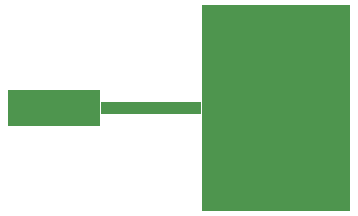
<source format=gbr>
G04 ===== Begin FILE IDENTIFICATION =====*
G04 File Format:  Gerber RS274X*
G04 ===== End FILE IDENTIFICATION =====*
%FSLAX24Y24*%
%MOIN*%
%SFA1.0000B1.0000*%
%OFA0.0B0.0*%
%ADD14R,0.336614X0.039370*%
%ADD15R,0.305512X0.121260*%
%ADD16R,0.496063X0.685039*%
%LNcond*%
%IPPOS*%
%LPD*%
G75*
D14*
X1683Y0D03*
D15*
X-1528Y0D03*
D16*
X5846Y0D03*
M02*


</source>
